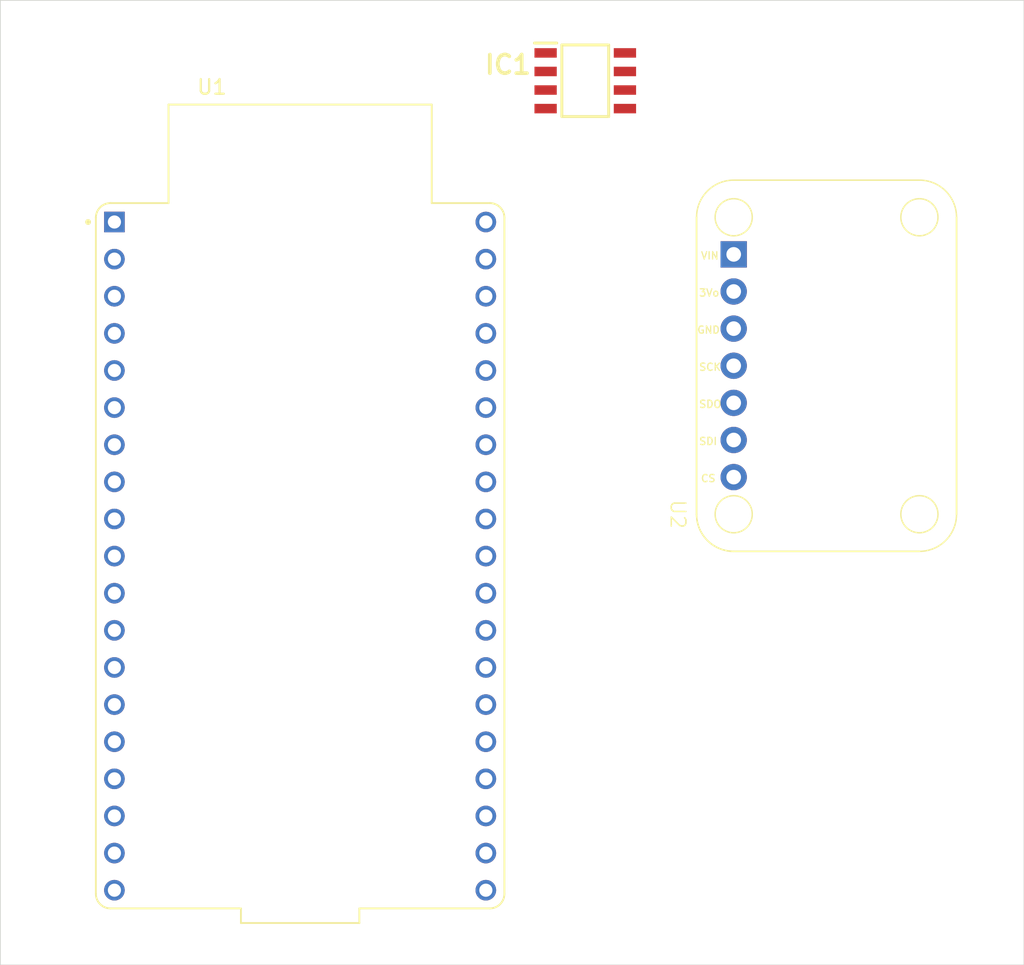
<source format=kicad_pcb>
(kicad_pcb (version 20241229) (generator "pcbnew") (generator_version "9.0")
  (layers (0 "F.Cu" signal) (4 "In1.Cu" power) (6 "In2.Cu" power) (2 "B.Cu" signal) (13 "F.Paste" user) (15 "B.Paste" user) (5 "F.SilkS" user "F.Silkscreen") (7 "B.SilkS" user "B.Silkscreen") (1 "F.Mask" user) (3 "B.Mask" user) (25 "Edge.Cuts" user))
  (net 0 "")
  (footprint "Samacsys:SOIC127P600X175-8N" (layer "F.Cu") (at 149 68)
    (property "Reference" "IC1" (at -5.288 -1.095 0) (layer "F.SilkS") (effects (font (size 1.27 1.27) (thickness 0.254))))
    (property "Value" "MAX485ESA+T" (hide yes))
    (fp_line (start -3.475 -2.58) (end -1.95 -2.58) (stroke (width 0.2)) (layer "F.SilkS"))
    (fp_line (start -1.6 -2.45) (end 1.6 -2.45) (stroke (width 0.2)) (layer "F.SilkS"))
    (fp_line (start -1.6 2.45) (end -1.6 -2.45) (stroke (width 0.2)) (layer "F.SilkS"))
    (fp_line (start 1.6 -2.45) (end 1.6 2.45) (stroke (width 0.2)) (layer "F.SilkS"))
    (fp_line (start 1.6 2.45) (end -1.6 2.45) (stroke (width 0.2)) (layer "F.SilkS"))
    (pad "1" smd rect (at -2.712 -1.905 90) (size 0.65 1.525) (layers "F.Cu" "F.Mask" "F.Paste"))
    (pad "2" smd rect (at -2.712 -0.635 90) (size 0.65 1.525) (layers "F.Cu" "F.Mask" "F.Paste"))
    (pad "3" smd rect (at -2.712 0.635 90) (size 0.65 1.525) (layers "F.Cu" "F.Mask" "F.Paste"))
    (pad "4" smd rect (at -2.712 1.905 90) (size 0.65 1.525) (layers "F.Cu" "F.Mask" "F.Paste"))
    (pad "5" smd rect (at 2.712 1.905 90) (size 0.65 1.525) (layers "F.Cu" "F.Mask" "F.Paste"))
    (pad "6" smd rect (at 2.712 0.635 90) (size 0.65 1.525) (layers "F.Cu" "F.Mask" "F.Paste"))
    (pad "7" smd rect (at 2.712 -0.635 90) (size 0.65 1.525) (layers "F.Cu" "F.Mask" "F.Paste"))
    (pad "8" smd rect (at 2.712 -1.905 90) (size 0.65 1.525) (layers "F.Cu" "F.Mask" "F.Paste"))
  )
  (footprint "Snapeda:ESP32-DEVKITC-32E_MODULE_ESP32-DEVKITC-32E" (layer "F.Cu") (at 129.5 100.5)
    (property "Reference" "U1" (at -6.0325 -32.0675 0) (layer "F.SilkS"))
    (property "Value" "ESP32-DEVKITC-32E")
    (fp_line (start -13.97 23.13) (end -13.97 -23.13) (stroke (width 0.127)) (layer "F.SilkS"))
    (fp_line (start -12.97 -24.13) (end -9 -24.13) (stroke (width 0.127)) (layer "F.SilkS"))
    (fp_line (start -12.97 24.13) (end -4.05 24.13) (stroke (width 0.127)) (layer "F.SilkS"))
    (fp_line (start -9 -30.87) (end 9 -30.87) (stroke (width 0.127)) (layer "F.SilkS"))
    (fp_line (start -9 -24.13) (end -9 -30.87) (stroke (width 0.127)) (layer "F.SilkS"))
    (fp_line (start -4.05 24.13) (end -4.05 25.13) (stroke (width 0.127)) (layer "F.SilkS"))
    (fp_line (start -4.05 25.13) (end 4.05 25.13) (stroke (width 0.127)) (layer "F.SilkS"))
    (fp_line (start 4.05 24.13) (end 12.97 24.13) (stroke (width 0.127)) (layer "F.SilkS"))
    (fp_line (start 4.05 25.13) (end 4.05 24.13) (stroke (width 0.127)) (layer "F.SilkS"))
    (fp_line (start 9 -30.87) (end 9 -24.13) (stroke (width 0.127)) (layer "F.SilkS"))
    (fp_line (start 9 -24.13) (end 12.97 -24.13) (stroke (width 0.127)) (layer "F.SilkS"))
    (fp_line (start 13.97 23.13) (end 13.97 -23.13) (stroke (width 0.127)) (layer "F.SilkS"))
    (fp_arc (start -13.97 -23.13) (mid -13.677107 -23.837107) (end -12.97 -24.13) (stroke (width 0.127)) (layer "F.SilkS"))
    (fp_arc (start -12.97 24.13) (mid -13.677107 23.837107) (end -13.97 23.13) (stroke (width 0.127)) (layer "F.SilkS"))
    (fp_arc (start 12.97 -24.13) (mid 13.677107 -23.837107) (end 13.97 -23.13) (stroke (width 0.127)) (layer "F.SilkS"))
    (fp_arc (start 13.97 23.13) (mid 13.677107 23.837107) (end 12.97 24.13) (stroke (width 0.127)) (layer "F.SilkS"))
    (fp_circle (center -14.5 -22.835) (end -14.4 -22.835) (stroke (width 0.2)) (fill no) (layer "F.SilkS"))
    (pad "J2_1" thru_hole rect (at -12.7 -22.835) (size 1.408 1.408) (drill 0.9) (layers "*.Cu" "*.Mask"))
    (pad "J2_2" thru_hole circle (at -12.7 -20.295) (size 1.408 1.408) (drill 0.9) (layers "*.Cu" "*.Mask"))
    (pad "J2_3" thru_hole circle (at -12.7 -17.755) (size 1.408 1.408) (drill 0.9) (layers "*.Cu" "*.Mask"))
    (pad "J2_4" thru_hole circle (at -12.7 -15.215) (size 1.408 1.408) (drill 0.9) (layers "*.Cu" "*.Mask"))
    (pad "J2_5" thru_hole circle (at -12.7 -12.675) (size 1.408 1.408) (drill 0.9) (layers "*.Cu" "*.Mask"))
    (pad "J2_6" thru_hole circle (at -12.7 -10.135) (size 1.408 1.408) (drill 0.9) (layers "*.Cu" "*.Mask"))
    (pad "J2_7" thru_hole circle (at -12.7 -7.595) (size 1.408 1.408) (drill 0.9) (layers "*.Cu" "*.Mask"))
    (pad "J2_8" thru_hole circle (at -12.7 -5.055) (size 1.408 1.408) (drill 0.9) (layers "*.Cu" "*.Mask"))
    (pad "J2_9" thru_hole circle (at -12.7 -2.515) (size 1.408 1.408) (drill 0.9) (layers "*.Cu" "*.Mask"))
    (pad "J2_10" thru_hole circle (at -12.7 0.025) (size 1.408 1.408) (drill 0.9) (layers "*.Cu" "*.Mask"))
    (pad "J2_11" thru_hole circle (at -12.7 2.565) (size 1.408 1.408) (drill 0.9) (layers "*.Cu" "*.Mask"))
    (pad "J2_12" thru_hole circle (at -12.7 5.105) (size 1.408 1.408) (drill 0.9) (layers "*.Cu" "*.Mask"))
    (pad "J2_13" thru_hole circle (at -12.7 7.645) (size 1.408 1.408) (drill 0.9) (layers "*.Cu" "*.Mask"))
    (pad "J2_14" thru_hole circle (at -12.7 10.185) (size 1.408 1.408) (drill 0.9) (layers "*.Cu" "*.Mask"))
    (pad "J2_15" thru_hole circle (at -12.7 12.725) (size 1.408 1.408) (drill 0.9) (layers "*.Cu" "*.Mask"))
    (pad "J2_16" thru_hole circle (at -12.7 15.265) (size 1.408 1.408) (drill 0.9) (layers "*.Cu" "*.Mask"))
    (pad "J2_17" thru_hole circle (at -12.7 17.805) (size 1.408 1.408) (drill 0.9) (layers "*.Cu" "*.Mask"))
    (pad "J2_18" thru_hole circle (at -12.7 20.345) (size 1.408 1.408) (drill 0.9) (layers "*.Cu" "*.Mask"))
    (pad "J2_19" thru_hole circle (at -12.7 22.885) (size 1.408 1.408) (drill 0.9) (layers "*.Cu" "*.Mask"))
    (pad "J3_1" thru_hole circle (at 12.7 -22.835) (size 1.408 1.408) (drill 0.9) (layers "*.Cu" "*.Mask"))
    (pad "J3_2" thru_hole circle (at 12.7 -20.295) (size 1.408 1.408) (drill 0.9) (layers "*.Cu" "*.Mask"))
    (pad "J3_3" thru_hole circle (at 12.7 -17.755) (size 1.408 1.408) (drill 0.9) (layers "*.Cu" "*.Mask"))
    (pad "J3_4" thru_hole circle (at 12.7 -15.215) (size 1.408 1.408) (drill 0.9) (layers "*.Cu" "*.Mask"))
    (pad "J3_5" thru_hole circle (at 12.7 -12.675) (size 1.408 1.408) (drill 0.9) (layers "*.Cu" "*.Mask"))
    (pad "J3_6" thru_hole circle (at 12.7 -10.135) (size 1.408 1.408) (drill 0.9) (layers "*.Cu" "*.Mask"))
    (pad "J3_7" thru_hole circle (at 12.7 -7.595) (size 1.408 1.408) (drill 0.9) (layers "*.Cu" "*.Mask"))
    (pad "J3_8" thru_hole circle (at 12.7 -5.055) (size 1.408 1.408) (drill 0.9) (layers "*.Cu" "*.Mask"))
    (pad "J3_9" thru_hole circle (at 12.7 -2.515) (size 1.408 1.408) (drill 0.9) (layers "*.Cu" "*.Mask"))
    (pad "J3_10" thru_hole circle (at 12.7 0.025) (size 1.408 1.408) (drill 0.9) (layers "*.Cu" "*.Mask"))
    (pad "J3_11" thru_hole circle (at 12.7 2.565) (size 1.408 1.408) (drill 0.9) (layers "*.Cu" "*.Mask"))
    (pad "J3_12" thru_hole circle (at 12.7 5.105) (size 1.408 1.408) (drill 0.9) (layers "*.Cu" "*.Mask"))
    (pad "J3_13" thru_hole circle (at 12.7 7.645) (size 1.408 1.408) (drill 0.9) (layers "*.Cu" "*.Mask"))
    (pad "J3_14" thru_hole circle (at 12.7 10.185) (size 1.408 1.408) (drill 0.9) (layers "*.Cu" "*.Mask"))
    (pad "J3_15" thru_hole circle (at 12.7 12.725) (size 1.408 1.408) (drill 0.9) (layers "*.Cu" "*.Mask"))
    (pad "J3_16" thru_hole circle (at 12.7 15.265) (size 1.408 1.408) (drill 0.9) (layers "*.Cu" "*.Mask"))
    (pad "J3_17" thru_hole circle (at 12.7 17.805) (size 1.408 1.408) (drill 0.9) (layers "*.Cu" "*.Mask"))
    (pad "J3_18" thru_hole circle (at 12.7 20.345) (size 1.408 1.408) (drill 0.9) (layers "*.Cu" "*.Mask"))
    (pad "J3_19" thru_hole circle (at 12.7 22.885) (size 1.408 1.408) (drill 0.9) (layers "*.Cu" "*.Mask"))
  )
  (footprint "Development_boards_custom:BME_280_qt_version" (layer "F.Cu") (at 165.5 87.5 -90)
    (property "Reference" "U2" (at 10.16 10.16 270) (layer "F.SilkS") (effects (font (thickness 0.1))))
    (property "Value" "~")
    (fp_line (start 10.16 8.89) (end -10.16 8.89) (stroke (width 0.1)) (layer "F.SilkS"))
    (fp_line (start 10.16 8.89) (end -10.16 8.89) (stroke (width 0.1)) (layer "F.SilkS"))
    (fp_line (start -12.7 6.35) (end -12.7 -6.35) (stroke (width 0.1)) (layer "F.SilkS"))
    (fp_line (start -12.7 6.35) (end -12.7 -6.35) (stroke (width 0.1)) (layer "F.SilkS"))
    (fp_line (start 12.7 -6.35) (end 12.7 6.35) (stroke (width 0.1)) (layer "F.SilkS"))
    (fp_line (start 12.7 -6.35) (end 12.7 6.35) (stroke (width 0.1)) (layer "F.SilkS"))
    (fp_line (start -10.16 -8.89) (end 10.16 -8.89) (stroke (width 0.1)) (layer "F.SilkS"))
    (fp_line (start -10.16 -8.89) (end 10.16 -8.89) (stroke (width 0.1)) (layer "F.SilkS"))
    (fp_arc (start -10.16 8.89) (mid -11.956051 8.146051) (end -12.7 6.35) (stroke (width 0.1)) (layer "F.SilkS"))
    (fp_arc (start 12.7 6.35) (mid 11.956051 8.146051) (end 10.16 8.89) (stroke (width 0.1)) (layer "F.SilkS"))
    (fp_arc (start 12.7 6.35) (mid 11.956051 8.146051) (end 10.16 8.89) (stroke (width 0.1)) (layer "F.SilkS"))
    (fp_arc (start -12.7 -6.35) (mid -11.956051 -8.146051) (end -10.16 -8.89) (stroke (width 0.1)) (layer "F.SilkS"))
    (fp_arc (start 10.16 -8.89) (mid 11.956051 -8.146051) (end 12.7 -6.35) (stroke (width 0.1)) (layer "F.SilkS"))
    (fp_circle (center -10.16 6.35) (end -8.89 6.35) (stroke (width 0.1)) (fill no) (layer "F.SilkS"))
    (fp_circle (center 10.16 6.35) (end 11.43 6.35) (stroke (width 0.1)) (fill no) (layer "F.SilkS"))
    (fp_circle (center -10.16 -6.35) (end -8.89 -6.35) (stroke (width 0.1)) (fill no) (layer "F.SilkS"))
    (fp_circle (center 10.16 -6.35) (end 11.43 -6.35) (stroke (width 0.1)) (fill no) (layer "F.SilkS"))
    (fp_text user "CS" (at 8.001 8.636 0) (layer "F.SilkS") (effects (font (size 0.5 0.5) (thickness 0.0875)) (justify left bottom)))
    (fp_text user "SDO" (at 2.921 8.763 0) (layer "F.SilkS") (effects (font (size 0.5 0.5) (thickness 0.0875)) (justify left bottom)))
    (fp_text user "3Vo" (at -4.699 8.763 0) (layer "F.SilkS") (effects (font (size 0.5 0.5) (thickness 0.0875)) (justify left bottom)))
    (fp_text user "GND" (at -2.159 8.89 0) (layer "F.SilkS") (effects (font (size 0.5 0.5) (thickness 0.0875)) (justify left bottom)))
    (fp_text user "SCK" (at 0.381 8.763 0) (layer "F.SilkS") (effects (font (size 0.5 0.5) (thickness 0.0875)) (justify left bottom)))
    (fp_text user "VIN" (at -7.239 8.636 0) (layer "F.SilkS") (effects (font (size 0.5 0.5) (thickness 0.0875)) (justify left bottom)))
    (fp_text user "SDI" (at 5.461 8.763 0) (layer "F.SilkS") (effects (font (size 0.5 0.5) (thickness 0.0875)) (justify left bottom)))
    (pad "1" thru_hole rect (at -7.62 6.35 270) (size 1.8 1.8) (drill 1) (layers "*.Cu" "*.Mask"))
    (pad "2" thru_hole circle (at -5.08 6.35 270) (size 1.8 1.8) (drill 1) (layers "*.Cu" "*.Mask"))
    (pad "3" thru_hole circle (at -2.54 6.35 270) (size 1.8 1.8) (drill 1) (layers "*.Cu" "*.Mask"))
    (pad "4" thru_hole circle (at 0 6.35 270) (size 1.8 1.8) (drill 1) (layers "*.Cu" "*.Mask"))
    (pad "5" thru_hole circle (at 2.54 6.35 270) (size 1.8 1.8) (drill 1) (layers "*.Cu" "*.Mask"))
    (pad "6" thru_hole circle (at 5.08 6.35 270) (size 1.8 1.8) (drill 1) (layers "*.Cu" "*.Mask"))
    (pad "7" thru_hole circle (at 7.62 6.35 270) (size 1.8 1.8) (drill 1) (layers "*.Cu" "*.Mask"))
  )
  (gr_rect (start 109 62.5) (end 179 128.5) (stroke (width 0.05)) (fill no) (layer "Edge.Cuts"))
)
</source>
